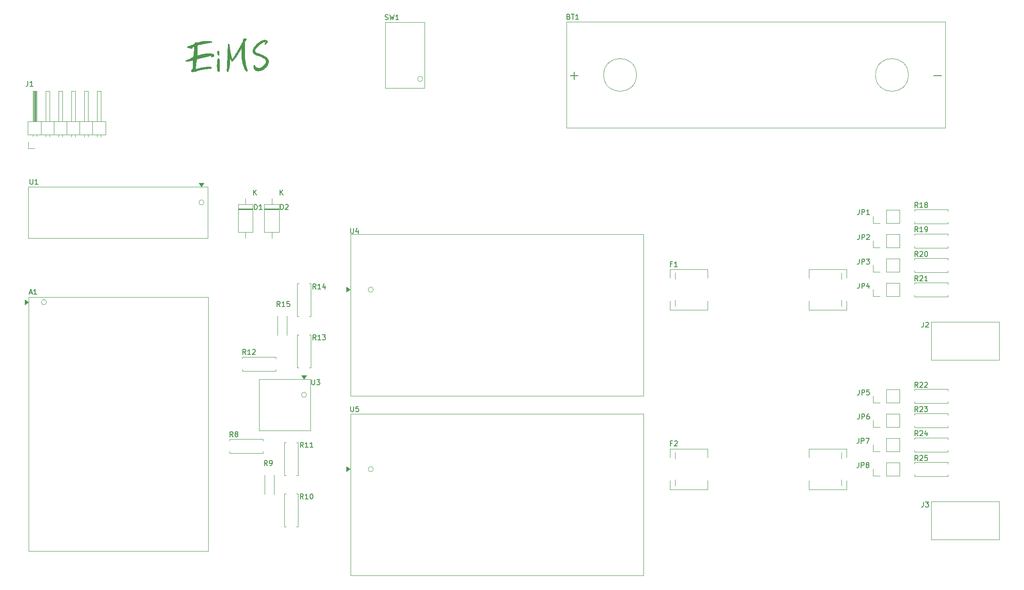
<source format=gto>
G04 #@! TF.GenerationSoftware,KiCad,Pcbnew,(5.1.7-0-10_14)*
G04 #@! TF.CreationDate,2021-07-16T13:45:34+09:00*
G04 #@! TF.ProjectId,EiMS,45694d53-2e6b-4696-9361-645f70636258,1.0*
G04 #@! TF.SameCoordinates,Original*
G04 #@! TF.FileFunction,Legend,Top*
G04 #@! TF.FilePolarity,Positive*
%FSLAX46Y46*%
G04 Gerber Fmt 4.6, Leading zero omitted, Abs format (unit mm)*
G04 Created by KiCad (PCBNEW (5.1.7-0-10_14)) date 2021-07-16 13:45:34*
%MOMM*%
%LPD*%
G01*
G04 APERTURE LIST*
%ADD10C,0.120000*%
%ADD11C,0.100000*%
%ADD12C,0.010000*%
%ADD13C,0.150000*%
G04 APERTURE END LIST*
D10*
X177738000Y-134822000D02*
X177738000Y-133058000D01*
X177738000Y-126722000D02*
X185179000Y-126722000D01*
X178738000Y-127470000D02*
X178738000Y-128702000D01*
X177738000Y-128486000D02*
X177738000Y-126722000D01*
X185179000Y-134822000D02*
X185179000Y-133058000D01*
X185179000Y-128486000D02*
X185179000Y-126722000D01*
X177738000Y-134822000D02*
X185179000Y-134822000D01*
X205245000Y-133058000D02*
X205245000Y-134822000D01*
X205245000Y-126722000D02*
X205245000Y-128486000D01*
X212738000Y-126722000D02*
X212738000Y-128486000D01*
X212738000Y-126722000D02*
X205245000Y-126722000D01*
X212738000Y-133058000D02*
X212738000Y-134822000D01*
X212738000Y-134822000D02*
X205245000Y-134822000D01*
X178738000Y-132842000D02*
X178738000Y-134074000D01*
X211738000Y-132842000D02*
X211738000Y-134074000D01*
X211738000Y-127470000D02*
X211738000Y-128702000D01*
X177738000Y-99262000D02*
X177738000Y-97498000D01*
X177738000Y-91162000D02*
X185179000Y-91162000D01*
X178738000Y-91910000D02*
X178738000Y-93142000D01*
X177738000Y-92926000D02*
X177738000Y-91162000D01*
X185179000Y-99262000D02*
X185179000Y-97498000D01*
X185179000Y-92926000D02*
X185179000Y-91162000D01*
X177738000Y-99262000D02*
X185179000Y-99262000D01*
X205245000Y-97498000D02*
X205245000Y-99262000D01*
X205245000Y-91162000D02*
X205245000Y-92926000D01*
X212738000Y-91162000D02*
X212738000Y-92926000D01*
X212738000Y-91162000D02*
X205245000Y-91162000D01*
X212738000Y-97498000D02*
X212738000Y-99262000D01*
X212738000Y-99262000D02*
X205245000Y-99262000D01*
X178738000Y-97282000D02*
X178738000Y-98514000D01*
X211738000Y-97282000D02*
X211738000Y-98514000D01*
X211738000Y-91910000D02*
X211738000Y-93142000D01*
D11*
G36*
X84986000Y-74892000D02*
G01*
X84478000Y-74130000D01*
X85494000Y-74130000D01*
X84986000Y-74892000D01*
G37*
X84986000Y-74892000D02*
X84478000Y-74130000D01*
X85494000Y-74130000D01*
X84986000Y-74892000D01*
D10*
X85494000Y-77940000D02*
G75*
G03*
X85494000Y-77940000I-508000J0D01*
G01*
X86256000Y-85052000D02*
X86256000Y-74892000D01*
X50696000Y-85052000D02*
X86256000Y-85052000D01*
X50696000Y-74892000D02*
X50696000Y-85052000D01*
X86256000Y-74892000D02*
X50696000Y-74892000D01*
X105801500Y-116042500D02*
G75*
G03*
X105801500Y-116042500I-508000J0D01*
G01*
D11*
G36*
X104785500Y-112232500D02*
G01*
X105801500Y-112232500D01*
X105293500Y-112994500D01*
X104785500Y-112232500D01*
G37*
X104785500Y-112232500D02*
X105801500Y-112232500D01*
X105293500Y-112994500D01*
X104785500Y-112232500D01*
D10*
X96403500Y-123154500D02*
X106563500Y-123154500D01*
X96403500Y-112994500D02*
X96403500Y-123154500D01*
X106563500Y-112994500D02*
X96403500Y-112994500D01*
X106563500Y-123154500D02*
X106563500Y-112994500D01*
X157300000Y-63200000D02*
X232300000Y-63200000D01*
X232300000Y-63200000D02*
X232300000Y-42200000D01*
X232300000Y-42200000D02*
X157300000Y-42200000D01*
X157300000Y-42200000D02*
X157300000Y-63200000D01*
X171129100Y-52700000D02*
G75*
G03*
X171129100Y-52700000I-3250000J0D01*
G01*
X224964400Y-52700000D02*
G75*
G03*
X224964400Y-52700000I-3250000J0D01*
G01*
X100370000Y-79140000D02*
X97430000Y-79140000D01*
X100370000Y-79380000D02*
X97430000Y-79380000D01*
X100370000Y-79260000D02*
X97430000Y-79260000D01*
X98900000Y-85020000D02*
X98900000Y-83800000D01*
X98900000Y-77140000D02*
X98900000Y-78360000D01*
X100370000Y-83800000D02*
X100370000Y-78360000D01*
X97430000Y-83800000D02*
X100370000Y-83800000D01*
X97430000Y-78360000D02*
X97430000Y-83800000D01*
X100370000Y-78360000D02*
X97430000Y-78360000D01*
X95170000Y-79140000D02*
X92230000Y-79140000D01*
X95170000Y-79380000D02*
X92230000Y-79380000D01*
X95170000Y-79260000D02*
X92230000Y-79260000D01*
X93700000Y-85020000D02*
X93700000Y-83800000D01*
X93700000Y-77140000D02*
X93700000Y-78360000D01*
X95170000Y-83800000D02*
X95170000Y-78360000D01*
X92230000Y-83800000D02*
X95170000Y-83800000D01*
X92230000Y-78360000D02*
X92230000Y-83800000D01*
X95170000Y-78360000D02*
X92230000Y-78360000D01*
D11*
G36*
X50730000Y-97700000D02*
G01*
X49968000Y-98208000D01*
X49968000Y-97192000D01*
X50730000Y-97700000D01*
G37*
X50730000Y-97700000D02*
X49968000Y-98208000D01*
X49968000Y-97192000D01*
X50730000Y-97700000D01*
D10*
X86290000Y-96684000D02*
X50730000Y-96684000D01*
X86290000Y-146976000D02*
X86290000Y-96684000D01*
X50730000Y-146976000D02*
X86290000Y-146976000D01*
X50730000Y-96684000D02*
X50730000Y-146976000D01*
X54286000Y-97700000D02*
G75*
G03*
X54286000Y-97700000I-508000J0D01*
G01*
X119012000Y-130772000D02*
G75*
G03*
X119012000Y-130772000I-508000J0D01*
G01*
D11*
G36*
X113678000Y-131280000D02*
G01*
X113678000Y-130264000D01*
X114440000Y-130772000D01*
X113678000Y-131280000D01*
G37*
X113678000Y-131280000D02*
X113678000Y-130264000D01*
X114440000Y-130772000D01*
X113678000Y-131280000D01*
D10*
X172476000Y-119852000D02*
X172476000Y-151852000D01*
X114476000Y-151852000D02*
X172476000Y-151852000D01*
X114476000Y-119852000D02*
X172476000Y-119852000D01*
X114476000Y-119852000D02*
X114476000Y-151852000D01*
X119012000Y-95212000D02*
G75*
G03*
X119012000Y-95212000I-508000J0D01*
G01*
D11*
G36*
X113678000Y-95720000D02*
G01*
X113678000Y-94704000D01*
X114440000Y-95212000D01*
X113678000Y-95720000D01*
G37*
X113678000Y-95720000D02*
X113678000Y-94704000D01*
X114440000Y-95212000D01*
X113678000Y-95720000D01*
D10*
X172476000Y-84292000D02*
X172476000Y-116292000D01*
X114476000Y-116292000D02*
X172476000Y-116292000D01*
X114476000Y-84292000D02*
X172476000Y-84292000D01*
X114476000Y-84292000D02*
X114476000Y-116292000D01*
D12*
G36*
X86347272Y-45987306D02*
G01*
X86650095Y-46018896D01*
X86847125Y-46050577D01*
X86959423Y-46088503D01*
X87008051Y-46138826D01*
X87015500Y-46182529D01*
X86979456Y-46238325D01*
X86857099Y-46266724D01*
X86668469Y-46273500D01*
X86483390Y-46287725D01*
X86203928Y-46326712D01*
X85859033Y-46384931D01*
X85477656Y-46456850D01*
X85088747Y-46536938D01*
X84721258Y-46619664D01*
X84404139Y-46699496D01*
X84328026Y-46720659D01*
X84085302Y-46790008D01*
X84122015Y-47182629D01*
X84133163Y-47423735D01*
X84132111Y-47738766D01*
X84119476Y-48075296D01*
X84109702Y-48226125D01*
X84092889Y-48495809D01*
X84086138Y-48710983D01*
X84089867Y-48845247D01*
X84099397Y-48877000D01*
X84175858Y-48857845D01*
X84334115Y-48808232D01*
X84491876Y-48755289D01*
X84989386Y-48609883D01*
X85508153Y-48503907D01*
X86019683Y-48439983D01*
X86495483Y-48420738D01*
X86907061Y-48448797D01*
X87174250Y-48508152D01*
X87338153Y-48574693D01*
X87411466Y-48653290D01*
X87428250Y-48779387D01*
X87408585Y-48911044D01*
X87326812Y-48995670D01*
X87188700Y-49058144D01*
X86996381Y-49111611D01*
X86901024Y-49090799D01*
X86906345Y-48997419D01*
X86936353Y-48941957D01*
X86973811Y-48865773D01*
X86938152Y-48839945D01*
X86805275Y-48851588D01*
X86775199Y-48855809D01*
X86614952Y-48884888D01*
X86368565Y-48937158D01*
X86059446Y-49006919D01*
X85711001Y-49088471D01*
X85346639Y-49176115D01*
X84989767Y-49264151D01*
X84663792Y-49346879D01*
X84392121Y-49418599D01*
X84198163Y-49473613D01*
X84106316Y-49505676D01*
X84058920Y-49552904D01*
X84017465Y-49651173D01*
X83977920Y-49818381D01*
X83936254Y-50072428D01*
X83888437Y-50431212D01*
X83876862Y-50524593D01*
X83838184Y-50859388D01*
X83809463Y-51147929D01*
X83792590Y-51367565D01*
X83789457Y-51495649D01*
X83793846Y-51518513D01*
X83866015Y-51516438D01*
X84028549Y-51480922D01*
X84251423Y-51418960D01*
X84345416Y-51390022D01*
X84970191Y-51223700D01*
X85600107Y-51123746D01*
X86276816Y-51081457D01*
X86553932Y-51078197D01*
X86731590Y-51087669D01*
X86837053Y-51114215D01*
X86897584Y-51162177D01*
X86911816Y-51182594D01*
X86935828Y-51304632D01*
X86855403Y-51395384D01*
X86691899Y-51441013D01*
X86520102Y-51436337D01*
X86338206Y-51435214D01*
X86058618Y-51462040D01*
X85706456Y-51512419D01*
X85306840Y-51581953D01*
X84884890Y-51666244D01*
X84465724Y-51760897D01*
X84074461Y-51861514D01*
X84046206Y-51869384D01*
X83657797Y-51971552D01*
X83370923Y-52029639D01*
X83168552Y-52045072D01*
X83033653Y-52019276D01*
X82954868Y-51960809D01*
X82920054Y-51831872D01*
X82980413Y-51684206D01*
X83118308Y-51557415D01*
X83140024Y-51545057D01*
X83189853Y-51506988D01*
X83225044Y-51440916D01*
X83248863Y-51325538D01*
X83264576Y-51139554D01*
X83275449Y-50861662D01*
X83281443Y-50622745D01*
X83285989Y-50309527D01*
X83285005Y-50047653D01*
X83278944Y-49860242D01*
X83268261Y-49770416D01*
X83264650Y-49765893D01*
X83187985Y-49782625D01*
X83031255Y-49825324D01*
X82914096Y-49859382D01*
X82662809Y-49916500D01*
X82370755Y-49958581D01*
X82219946Y-49970507D01*
X82008368Y-49976253D01*
X81894085Y-49962651D01*
X81847866Y-49921291D01*
X81840250Y-49861250D01*
X81888240Y-49751762D01*
X81999000Y-49713344D01*
X82124065Y-49679534D01*
X82330918Y-49605667D01*
X82585750Y-49504286D01*
X82745715Y-49436297D01*
X83040475Y-49300494D01*
X83230922Y-49193146D01*
X83333617Y-49103731D01*
X83362538Y-49044452D01*
X83378126Y-48939535D01*
X83401484Y-48744016D01*
X83430048Y-48483708D01*
X83461254Y-48184425D01*
X83492538Y-47871979D01*
X83521335Y-47572186D01*
X83545082Y-47310858D01*
X83561213Y-47113808D01*
X83567165Y-47006851D01*
X83566117Y-46995073D01*
X83506342Y-47009705D01*
X83371476Y-47058761D01*
X83323616Y-47077667D01*
X83172464Y-47153547D01*
X83119910Y-47232916D01*
X83127094Y-47302859D01*
X83137983Y-47391384D01*
X83082677Y-47408258D01*
X82977227Y-47382926D01*
X82790194Y-47347114D01*
X82565690Y-47325883D01*
X82524518Y-47324412D01*
X82304824Y-47291216D01*
X82174478Y-47218824D01*
X82139200Y-47129753D01*
X82204709Y-47046519D01*
X82376727Y-46991641D01*
X82438267Y-46984897D01*
X82586864Y-46951753D01*
X82807055Y-46877156D01*
X83056515Y-46775794D01*
X83111113Y-46751366D01*
X83364148Y-46628402D01*
X83523627Y-46527568D01*
X83615871Y-46429064D01*
X83658641Y-46339505D01*
X83749349Y-46196225D01*
X83868548Y-46144885D01*
X83981344Y-46195311D01*
X84013300Y-46239617D01*
X84057547Y-46285952D01*
X84138024Y-46294102D01*
X84285108Y-46262156D01*
X84453689Y-46211890D01*
X84915639Y-46096071D01*
X85420900Y-46015902D01*
X85916653Y-45977646D01*
X86347272Y-45987306D01*
G37*
X86347272Y-45987306D02*
X86650095Y-46018896D01*
X86847125Y-46050577D01*
X86959423Y-46088503D01*
X87008051Y-46138826D01*
X87015500Y-46182529D01*
X86979456Y-46238325D01*
X86857099Y-46266724D01*
X86668469Y-46273500D01*
X86483390Y-46287725D01*
X86203928Y-46326712D01*
X85859033Y-46384931D01*
X85477656Y-46456850D01*
X85088747Y-46536938D01*
X84721258Y-46619664D01*
X84404139Y-46699496D01*
X84328026Y-46720659D01*
X84085302Y-46790008D01*
X84122015Y-47182629D01*
X84133163Y-47423735D01*
X84132111Y-47738766D01*
X84119476Y-48075296D01*
X84109702Y-48226125D01*
X84092889Y-48495809D01*
X84086138Y-48710983D01*
X84089867Y-48845247D01*
X84099397Y-48877000D01*
X84175858Y-48857845D01*
X84334115Y-48808232D01*
X84491876Y-48755289D01*
X84989386Y-48609883D01*
X85508153Y-48503907D01*
X86019683Y-48439983D01*
X86495483Y-48420738D01*
X86907061Y-48448797D01*
X87174250Y-48508152D01*
X87338153Y-48574693D01*
X87411466Y-48653290D01*
X87428250Y-48779387D01*
X87408585Y-48911044D01*
X87326812Y-48995670D01*
X87188700Y-49058144D01*
X86996381Y-49111611D01*
X86901024Y-49090799D01*
X86906345Y-48997419D01*
X86936353Y-48941957D01*
X86973811Y-48865773D01*
X86938152Y-48839945D01*
X86805275Y-48851588D01*
X86775199Y-48855809D01*
X86614952Y-48884888D01*
X86368565Y-48937158D01*
X86059446Y-49006919D01*
X85711001Y-49088471D01*
X85346639Y-49176115D01*
X84989767Y-49264151D01*
X84663792Y-49346879D01*
X84392121Y-49418599D01*
X84198163Y-49473613D01*
X84106316Y-49505676D01*
X84058920Y-49552904D01*
X84017465Y-49651173D01*
X83977920Y-49818381D01*
X83936254Y-50072428D01*
X83888437Y-50431212D01*
X83876862Y-50524593D01*
X83838184Y-50859388D01*
X83809463Y-51147929D01*
X83792590Y-51367565D01*
X83789457Y-51495649D01*
X83793846Y-51518513D01*
X83866015Y-51516438D01*
X84028549Y-51480922D01*
X84251423Y-51418960D01*
X84345416Y-51390022D01*
X84970191Y-51223700D01*
X85600107Y-51123746D01*
X86276816Y-51081457D01*
X86553932Y-51078197D01*
X86731590Y-51087669D01*
X86837053Y-51114215D01*
X86897584Y-51162177D01*
X86911816Y-51182594D01*
X86935828Y-51304632D01*
X86855403Y-51395384D01*
X86691899Y-51441013D01*
X86520102Y-51436337D01*
X86338206Y-51435214D01*
X86058618Y-51462040D01*
X85706456Y-51512419D01*
X85306840Y-51581953D01*
X84884890Y-51666244D01*
X84465724Y-51760897D01*
X84074461Y-51861514D01*
X84046206Y-51869384D01*
X83657797Y-51971552D01*
X83370923Y-52029639D01*
X83168552Y-52045072D01*
X83033653Y-52019276D01*
X82954868Y-51960809D01*
X82920054Y-51831872D01*
X82980413Y-51684206D01*
X83118308Y-51557415D01*
X83140024Y-51545057D01*
X83189853Y-51506988D01*
X83225044Y-51440916D01*
X83248863Y-51325538D01*
X83264576Y-51139554D01*
X83275449Y-50861662D01*
X83281443Y-50622745D01*
X83285989Y-50309527D01*
X83285005Y-50047653D01*
X83278944Y-49860242D01*
X83268261Y-49770416D01*
X83264650Y-49765893D01*
X83187985Y-49782625D01*
X83031255Y-49825324D01*
X82914096Y-49859382D01*
X82662809Y-49916500D01*
X82370755Y-49958581D01*
X82219946Y-49970507D01*
X82008368Y-49976253D01*
X81894085Y-49962651D01*
X81847866Y-49921291D01*
X81840250Y-49861250D01*
X81888240Y-49751762D01*
X81999000Y-49713344D01*
X82124065Y-49679534D01*
X82330918Y-49605667D01*
X82585750Y-49504286D01*
X82745715Y-49436297D01*
X83040475Y-49300494D01*
X83230922Y-49193146D01*
X83333617Y-49103731D01*
X83362538Y-49044452D01*
X83378126Y-48939535D01*
X83401484Y-48744016D01*
X83430048Y-48483708D01*
X83461254Y-48184425D01*
X83492538Y-47871979D01*
X83521335Y-47572186D01*
X83545082Y-47310858D01*
X83561213Y-47113808D01*
X83567165Y-47006851D01*
X83566117Y-46995073D01*
X83506342Y-47009705D01*
X83371476Y-47058761D01*
X83323616Y-47077667D01*
X83172464Y-47153547D01*
X83119910Y-47232916D01*
X83127094Y-47302859D01*
X83137983Y-47391384D01*
X83082677Y-47408258D01*
X82977227Y-47382926D01*
X82790194Y-47347114D01*
X82565690Y-47325883D01*
X82524518Y-47324412D01*
X82304824Y-47291216D01*
X82174478Y-47218824D01*
X82139200Y-47129753D01*
X82204709Y-47046519D01*
X82376727Y-46991641D01*
X82438267Y-46984897D01*
X82586864Y-46951753D01*
X82807055Y-46877156D01*
X83056515Y-46775794D01*
X83111113Y-46751366D01*
X83364148Y-46628402D01*
X83523627Y-46527568D01*
X83615871Y-46429064D01*
X83658641Y-46339505D01*
X83749349Y-46196225D01*
X83868548Y-46144885D01*
X83981344Y-46195311D01*
X84013300Y-46239617D01*
X84057547Y-46285952D01*
X84138024Y-46294102D01*
X84285108Y-46262156D01*
X84453689Y-46211890D01*
X84915639Y-46096071D01*
X85420900Y-46015902D01*
X85916653Y-45977646D01*
X86347272Y-45987306D01*
G36*
X88378087Y-49414918D02*
G01*
X88392905Y-49423472D01*
X88434299Y-49460970D01*
X88465983Y-49527861D01*
X88490184Y-49641943D01*
X88509127Y-49821011D01*
X88525040Y-50082863D01*
X88540149Y-50445295D01*
X88547821Y-50661722D01*
X88561166Y-51106277D01*
X88564960Y-51439706D01*
X88556856Y-51677679D01*
X88534506Y-51835867D01*
X88495561Y-51929938D01*
X88437674Y-51975564D01*
X88358495Y-51988414D01*
X88349000Y-51988500D01*
X88217900Y-51946719D01*
X88174800Y-51909125D01*
X88124257Y-51778442D01*
X88086293Y-51544330D01*
X88062368Y-51229873D01*
X88053944Y-50858153D01*
X88062483Y-50452255D01*
X88071491Y-50276927D01*
X88102947Y-49891392D01*
X88145527Y-49622536D01*
X88203038Y-49460245D01*
X88279289Y-49394410D01*
X88378087Y-49414918D01*
G37*
X88378087Y-49414918D02*
X88392905Y-49423472D01*
X88434299Y-49460970D01*
X88465983Y-49527861D01*
X88490184Y-49641943D01*
X88509127Y-49821011D01*
X88525040Y-50082863D01*
X88540149Y-50445295D01*
X88547821Y-50661722D01*
X88561166Y-51106277D01*
X88564960Y-51439706D01*
X88556856Y-51677679D01*
X88534506Y-51835867D01*
X88495561Y-51929938D01*
X88437674Y-51975564D01*
X88358495Y-51988414D01*
X88349000Y-51988500D01*
X88217900Y-51946719D01*
X88174800Y-51909125D01*
X88124257Y-51778442D01*
X88086293Y-51544330D01*
X88062368Y-51229873D01*
X88053944Y-50858153D01*
X88062483Y-50452255D01*
X88071491Y-50276927D01*
X88102947Y-49891392D01*
X88145527Y-49622536D01*
X88203038Y-49460245D01*
X88279289Y-49394410D01*
X88378087Y-49414918D01*
G36*
X93776350Y-45476464D02*
G01*
X93850078Y-45563313D01*
X93813631Y-45710731D01*
X93688452Y-45895216D01*
X93487338Y-46145475D01*
X93485295Y-47685862D01*
X93485898Y-48195658D01*
X93490379Y-48605045D01*
X93500480Y-48940596D01*
X93517943Y-49228886D01*
X93544511Y-49496487D01*
X93581926Y-49769973D01*
X93631931Y-50075917D01*
X93648135Y-50169358D01*
X93716723Y-50537659D01*
X93790827Y-50895636D01*
X93862731Y-51208416D01*
X93924726Y-51441127D01*
X93940268Y-51490201D01*
X94001273Y-51696687D01*
X94032913Y-51856727D01*
X94030261Y-51928217D01*
X93940316Y-51986788D01*
X93816428Y-51924821D01*
X93657533Y-51741740D01*
X93641000Y-51718625D01*
X93514896Y-51524579D01*
X93410020Y-51321437D01*
X93316848Y-51083233D01*
X93225855Y-50784007D01*
X93127518Y-50397795D01*
X93075876Y-50178070D01*
X92937922Y-49347923D01*
X92891172Y-48468777D01*
X92937736Y-47582135D01*
X92941972Y-47543500D01*
X92988263Y-47130750D01*
X92663530Y-47728923D01*
X92487316Y-48041764D01*
X92290502Y-48372864D01*
X92105223Y-48668751D01*
X92033830Y-48776673D01*
X91870879Y-49005364D01*
X91681218Y-49253819D01*
X91483671Y-49499457D01*
X91297059Y-49719700D01*
X91140204Y-49891968D01*
X91031929Y-49993681D01*
X91005935Y-50009751D01*
X90953518Y-49968127D01*
X90872571Y-49838262D01*
X90793544Y-49676376D01*
X90708792Y-49490448D01*
X90645487Y-49362170D01*
X90619925Y-49322033D01*
X90610812Y-49381098D01*
X90600170Y-49539136D01*
X90589677Y-49768162D01*
X90584728Y-49909408D01*
X90566566Y-50245881D01*
X90534388Y-50611023D01*
X90492034Y-50976838D01*
X90443343Y-51315334D01*
X90392158Y-51598518D01*
X90342317Y-51798396D01*
X90316720Y-51862956D01*
X90207848Y-51964100D01*
X90115815Y-51988500D01*
X90052296Y-51981848D01*
X90015402Y-51945487D01*
X90000935Y-51854805D01*
X90004696Y-51685188D01*
X90021022Y-51432875D01*
X90032638Y-51232347D01*
X90047267Y-50925127D01*
X90064093Y-50531464D01*
X90082303Y-50071605D01*
X90101080Y-49565802D01*
X90119609Y-49034302D01*
X90129022Y-48750000D01*
X90147203Y-48241431D01*
X90167150Y-47772872D01*
X90187967Y-47359563D01*
X90208756Y-47016744D01*
X90228620Y-46759656D01*
X90246662Y-46603540D01*
X90257799Y-46562424D01*
X90321482Y-46529857D01*
X90377537Y-46578943D01*
X90430182Y-46720988D01*
X90483637Y-46967301D01*
X90540948Y-47321250D01*
X90668853Y-48105240D01*
X90802958Y-48767186D01*
X90925980Y-49249510D01*
X91023841Y-49590270D01*
X91175128Y-49448144D01*
X91268769Y-49334476D01*
X91409292Y-49131797D01*
X91582930Y-48862682D01*
X91775915Y-48549702D01*
X91974481Y-48215430D01*
X92164861Y-47882439D01*
X92333289Y-47573302D01*
X92413893Y-47417017D01*
X92554232Y-47150289D01*
X92726160Y-46841511D01*
X92893316Y-46555927D01*
X92898958Y-46546618D01*
X93034710Y-46305919D01*
X93145013Y-46078951D01*
X93210139Y-45907141D01*
X93216736Y-45879350D01*
X93275973Y-45645013D01*
X93357047Y-45512302D01*
X93482032Y-45455841D01*
X93591977Y-45447999D01*
X93776350Y-45476464D01*
G37*
X93776350Y-45476464D02*
X93850078Y-45563313D01*
X93813631Y-45710731D01*
X93688452Y-45895216D01*
X93487338Y-46145475D01*
X93485295Y-47685862D01*
X93485898Y-48195658D01*
X93490379Y-48605045D01*
X93500480Y-48940596D01*
X93517943Y-49228886D01*
X93544511Y-49496487D01*
X93581926Y-49769973D01*
X93631931Y-50075917D01*
X93648135Y-50169358D01*
X93716723Y-50537659D01*
X93790827Y-50895636D01*
X93862731Y-51208416D01*
X93924726Y-51441127D01*
X93940268Y-51490201D01*
X94001273Y-51696687D01*
X94032913Y-51856727D01*
X94030261Y-51928217D01*
X93940316Y-51986788D01*
X93816428Y-51924821D01*
X93657533Y-51741740D01*
X93641000Y-51718625D01*
X93514896Y-51524579D01*
X93410020Y-51321437D01*
X93316848Y-51083233D01*
X93225855Y-50784007D01*
X93127518Y-50397795D01*
X93075876Y-50178070D01*
X92937922Y-49347923D01*
X92891172Y-48468777D01*
X92937736Y-47582135D01*
X92941972Y-47543500D01*
X92988263Y-47130750D01*
X92663530Y-47728923D01*
X92487316Y-48041764D01*
X92290502Y-48372864D01*
X92105223Y-48668751D01*
X92033830Y-48776673D01*
X91870879Y-49005364D01*
X91681218Y-49253819D01*
X91483671Y-49499457D01*
X91297059Y-49719700D01*
X91140204Y-49891968D01*
X91031929Y-49993681D01*
X91005935Y-50009751D01*
X90953518Y-49968127D01*
X90872571Y-49838262D01*
X90793544Y-49676376D01*
X90708792Y-49490448D01*
X90645487Y-49362170D01*
X90619925Y-49322033D01*
X90610812Y-49381098D01*
X90600170Y-49539136D01*
X90589677Y-49768162D01*
X90584728Y-49909408D01*
X90566566Y-50245881D01*
X90534388Y-50611023D01*
X90492034Y-50976838D01*
X90443343Y-51315334D01*
X90392158Y-51598518D01*
X90342317Y-51798396D01*
X90316720Y-51862956D01*
X90207848Y-51964100D01*
X90115815Y-51988500D01*
X90052296Y-51981848D01*
X90015402Y-51945487D01*
X90000935Y-51854805D01*
X90004696Y-51685188D01*
X90021022Y-51432875D01*
X90032638Y-51232347D01*
X90047267Y-50925127D01*
X90064093Y-50531464D01*
X90082303Y-50071605D01*
X90101080Y-49565802D01*
X90119609Y-49034302D01*
X90129022Y-48750000D01*
X90147203Y-48241431D01*
X90167150Y-47772872D01*
X90187967Y-47359563D01*
X90208756Y-47016744D01*
X90228620Y-46759656D01*
X90246662Y-46603540D01*
X90257799Y-46562424D01*
X90321482Y-46529857D01*
X90377537Y-46578943D01*
X90430182Y-46720988D01*
X90483637Y-46967301D01*
X90540948Y-47321250D01*
X90668853Y-48105240D01*
X90802958Y-48767186D01*
X90925980Y-49249510D01*
X91023841Y-49590270D01*
X91175128Y-49448144D01*
X91268769Y-49334476D01*
X91409292Y-49131797D01*
X91582930Y-48862682D01*
X91775915Y-48549702D01*
X91974481Y-48215430D01*
X92164861Y-47882439D01*
X92333289Y-47573302D01*
X92413893Y-47417017D01*
X92554232Y-47150289D01*
X92726160Y-46841511D01*
X92893316Y-46555927D01*
X92898958Y-46546618D01*
X93034710Y-46305919D01*
X93145013Y-46078951D01*
X93210139Y-45907141D01*
X93216736Y-45879350D01*
X93275973Y-45645013D01*
X93357047Y-45512302D01*
X93482032Y-45455841D01*
X93591977Y-45447999D01*
X93776350Y-45476464D01*
G36*
X97792752Y-45784614D02*
G01*
X97966177Y-45879755D01*
X98028004Y-46027028D01*
X97975214Y-46217188D01*
X97804787Y-46440992D01*
X97752972Y-46492156D01*
X97608271Y-46608552D01*
X97514972Y-46628271D01*
X97486090Y-46609490D01*
X97461999Y-46525632D01*
X97527628Y-46391568D01*
X97561373Y-46343989D01*
X97643756Y-46208566D01*
X97668046Y-46116116D01*
X97662343Y-46104177D01*
X97582430Y-46097647D01*
X97423108Y-46127294D01*
X97285854Y-46166036D01*
X96999537Y-46295588D01*
X96687384Y-46500253D01*
X96372739Y-46757382D01*
X96078948Y-47044327D01*
X95829355Y-47338440D01*
X95647305Y-47617071D01*
X95559389Y-47840988D01*
X95551721Y-47999751D01*
X95613592Y-48130822D01*
X95759320Y-48245810D01*
X96003225Y-48356323D01*
X96328595Y-48464617D01*
X96944103Y-48685485D01*
X97442444Y-48938428D01*
X97822339Y-49221841D01*
X98082507Y-49534120D01*
X98221669Y-49873660D01*
X98238544Y-50238857D01*
X98131853Y-50628106D01*
X98104256Y-50690310D01*
X97901689Y-51012111D01*
X97621328Y-51300454D01*
X97286269Y-51544617D01*
X96919602Y-51733878D01*
X96544422Y-51857513D01*
X96183821Y-51904800D01*
X95860892Y-51865018D01*
X95708628Y-51802643D01*
X95446399Y-51599771D01*
X95296041Y-51341719D01*
X95259153Y-51090884D01*
X95285119Y-50866416D01*
X95346219Y-50737241D01*
X95428400Y-50711997D01*
X95517608Y-50799323D01*
X95566015Y-50902253D01*
X95707314Y-51110792D01*
X95929623Y-51247776D01*
X96204574Y-51306187D01*
X96503796Y-51279005D01*
X96738693Y-51192394D01*
X97146506Y-50946141D01*
X97453592Y-50678867D01*
X97655324Y-50399771D01*
X97747076Y-50118048D01*
X97724221Y-49842894D01*
X97582131Y-49583506D01*
X97560830Y-49558383D01*
X97325336Y-49356684D01*
X96988024Y-49161542D01*
X96573921Y-48985709D01*
X96205452Y-48867869D01*
X95863296Y-48763829D01*
X95615566Y-48663070D01*
X95431053Y-48550287D01*
X95283860Y-48415889D01*
X95128371Y-48166381D01*
X95094726Y-47881285D01*
X95182933Y-47560578D01*
X95393001Y-47204236D01*
X95724938Y-46812236D01*
X95927439Y-46611515D01*
X96370709Y-46229962D01*
X96775759Y-45962268D01*
X97150679Y-45804036D01*
X97503557Y-45750868D01*
X97510750Y-45750846D01*
X97792752Y-45784614D01*
G37*
X97792752Y-45784614D02*
X97966177Y-45879755D01*
X98028004Y-46027028D01*
X97975214Y-46217188D01*
X97804787Y-46440992D01*
X97752972Y-46492156D01*
X97608271Y-46608552D01*
X97514972Y-46628271D01*
X97486090Y-46609490D01*
X97461999Y-46525632D01*
X97527628Y-46391568D01*
X97561373Y-46343989D01*
X97643756Y-46208566D01*
X97668046Y-46116116D01*
X97662343Y-46104177D01*
X97582430Y-46097647D01*
X97423108Y-46127294D01*
X97285854Y-46166036D01*
X96999537Y-46295588D01*
X96687384Y-46500253D01*
X96372739Y-46757382D01*
X96078948Y-47044327D01*
X95829355Y-47338440D01*
X95647305Y-47617071D01*
X95559389Y-47840988D01*
X95551721Y-47999751D01*
X95613592Y-48130822D01*
X95759320Y-48245810D01*
X96003225Y-48356323D01*
X96328595Y-48464617D01*
X96944103Y-48685485D01*
X97442444Y-48938428D01*
X97822339Y-49221841D01*
X98082507Y-49534120D01*
X98221669Y-49873660D01*
X98238544Y-50238857D01*
X98131853Y-50628106D01*
X98104256Y-50690310D01*
X97901689Y-51012111D01*
X97621328Y-51300454D01*
X97286269Y-51544617D01*
X96919602Y-51733878D01*
X96544422Y-51857513D01*
X96183821Y-51904800D01*
X95860892Y-51865018D01*
X95708628Y-51802643D01*
X95446399Y-51599771D01*
X95296041Y-51341719D01*
X95259153Y-51090884D01*
X95285119Y-50866416D01*
X95346219Y-50737241D01*
X95428400Y-50711997D01*
X95517608Y-50799323D01*
X95566015Y-50902253D01*
X95707314Y-51110792D01*
X95929623Y-51247776D01*
X96204574Y-51306187D01*
X96503796Y-51279005D01*
X96738693Y-51192394D01*
X97146506Y-50946141D01*
X97453592Y-50678867D01*
X97655324Y-50399771D01*
X97747076Y-50118048D01*
X97724221Y-49842894D01*
X97582131Y-49583506D01*
X97560830Y-49558383D01*
X97325336Y-49356684D01*
X96988024Y-49161542D01*
X96573921Y-48985709D01*
X96205452Y-48867869D01*
X95863296Y-48763829D01*
X95615566Y-48663070D01*
X95431053Y-48550287D01*
X95283860Y-48415889D01*
X95128371Y-48166381D01*
X95094726Y-47881285D01*
X95182933Y-47560578D01*
X95393001Y-47204236D01*
X95724938Y-46812236D01*
X95927439Y-46611515D01*
X96370709Y-46229962D01*
X96775759Y-45962268D01*
X97150679Y-45804036D01*
X97503557Y-45750868D01*
X97510750Y-45750846D01*
X97792752Y-45784614D01*
G36*
X88303619Y-47936252D02*
G01*
X88379286Y-47959207D01*
X88424093Y-48020643D01*
X88448414Y-48149756D01*
X88462623Y-48375741D01*
X88463026Y-48384875D01*
X88467632Y-48621476D01*
X88452960Y-48755161D01*
X88415144Y-48809076D01*
X88391426Y-48813500D01*
X88274757Y-48768658D01*
X88230152Y-48728072D01*
X88149848Y-48561529D01*
X88107599Y-48335730D01*
X88114291Y-48115478D01*
X88121524Y-48081463D01*
X88181505Y-47958647D01*
X88292804Y-47934865D01*
X88303619Y-47936252D01*
G37*
X88303619Y-47936252D02*
X88379286Y-47959207D01*
X88424093Y-48020643D01*
X88448414Y-48149756D01*
X88462623Y-48375741D01*
X88463026Y-48384875D01*
X88467632Y-48621476D01*
X88452960Y-48755161D01*
X88415144Y-48809076D01*
X88391426Y-48813500D01*
X88274757Y-48768658D01*
X88230152Y-48728072D01*
X88149848Y-48561529D01*
X88107599Y-48335730D01*
X88114291Y-48115478D01*
X88121524Y-48081463D01*
X88181505Y-47958647D01*
X88292804Y-47934865D01*
X88303619Y-47936252D01*
D10*
X242964000Y-144682000D02*
X242964000Y-137182000D01*
X242964000Y-137182000D02*
X229464000Y-137182000D01*
X229464000Y-137182000D02*
X229464000Y-144682000D01*
X229464000Y-144682000D02*
X242964000Y-144682000D01*
X50626000Y-64562000D02*
X65986000Y-64562000D01*
X65986000Y-64562000D02*
X65986000Y-61902000D01*
X65986000Y-61902000D02*
X50626000Y-61902000D01*
X50626000Y-61902000D02*
X50626000Y-64562000D01*
X51576000Y-61902000D02*
X51576000Y-55902000D01*
X51576000Y-55902000D02*
X52336000Y-55902000D01*
X52336000Y-55902000D02*
X52336000Y-61902000D01*
X51636000Y-61902000D02*
X51636000Y-55902000D01*
X51756000Y-61902000D02*
X51756000Y-55902000D01*
X51876000Y-61902000D02*
X51876000Y-55902000D01*
X51996000Y-61902000D02*
X51996000Y-55902000D01*
X52116000Y-61902000D02*
X52116000Y-55902000D01*
X52236000Y-61902000D02*
X52236000Y-55902000D01*
X51576000Y-64892000D02*
X51576000Y-64562000D01*
X52336000Y-64892000D02*
X52336000Y-64562000D01*
X53226000Y-64562000D02*
X53226000Y-61902000D01*
X54116000Y-61902000D02*
X54116000Y-55902000D01*
X54116000Y-55902000D02*
X54876000Y-55902000D01*
X54876000Y-55902000D02*
X54876000Y-61902000D01*
X54116000Y-64959071D02*
X54116000Y-64562000D01*
X54876000Y-64959071D02*
X54876000Y-64562000D01*
X55766000Y-64562000D02*
X55766000Y-61902000D01*
X56656000Y-61902000D02*
X56656000Y-55902000D01*
X56656000Y-55902000D02*
X57416000Y-55902000D01*
X57416000Y-55902000D02*
X57416000Y-61902000D01*
X56656000Y-64959071D02*
X56656000Y-64562000D01*
X57416000Y-64959071D02*
X57416000Y-64562000D01*
X58306000Y-64562000D02*
X58306000Y-61902000D01*
X59196000Y-61902000D02*
X59196000Y-55902000D01*
X59196000Y-55902000D02*
X59956000Y-55902000D01*
X59956000Y-55902000D02*
X59956000Y-61902000D01*
X59196000Y-64959071D02*
X59196000Y-64562000D01*
X59956000Y-64959071D02*
X59956000Y-64562000D01*
X60846000Y-64562000D02*
X60846000Y-61902000D01*
X61736000Y-61902000D02*
X61736000Y-55902000D01*
X61736000Y-55902000D02*
X62496000Y-55902000D01*
X62496000Y-55902000D02*
X62496000Y-61902000D01*
X61736000Y-64959071D02*
X61736000Y-64562000D01*
X62496000Y-64959071D02*
X62496000Y-64562000D01*
X63386000Y-64562000D02*
X63386000Y-61902000D01*
X64276000Y-61902000D02*
X64276000Y-55902000D01*
X64276000Y-55902000D02*
X65036000Y-55902000D01*
X65036000Y-55902000D02*
X65036000Y-61902000D01*
X64276000Y-64959071D02*
X64276000Y-64562000D01*
X65036000Y-64959071D02*
X65036000Y-64562000D01*
X51956000Y-67272000D02*
X50686000Y-67272000D01*
X50686000Y-67272000D02*
X50686000Y-66002000D01*
X229464000Y-109122000D02*
X242964000Y-109122000D01*
X229464000Y-101622000D02*
X229464000Y-109122000D01*
X242964000Y-101622000D02*
X229464000Y-101622000D01*
X242964000Y-109122000D02*
X242964000Y-101622000D01*
X223212000Y-82064000D02*
X223212000Y-79404000D01*
X220612000Y-82064000D02*
X223212000Y-82064000D01*
X220612000Y-79404000D02*
X223212000Y-79404000D01*
X220612000Y-82064000D02*
X220612000Y-79404000D01*
X219342000Y-82064000D02*
X218012000Y-82064000D01*
X218012000Y-82064000D02*
X218012000Y-80734000D01*
X223212000Y-86890000D02*
X223212000Y-84230000D01*
X220612000Y-86890000D02*
X223212000Y-86890000D01*
X220612000Y-84230000D02*
X223212000Y-84230000D01*
X220612000Y-86890000D02*
X220612000Y-84230000D01*
X219342000Y-86890000D02*
X218012000Y-86890000D01*
X218012000Y-86890000D02*
X218012000Y-85560000D01*
X218012000Y-91716000D02*
X218012000Y-90386000D01*
X219342000Y-91716000D02*
X218012000Y-91716000D01*
X220612000Y-91716000D02*
X220612000Y-89056000D01*
X220612000Y-89056000D02*
X223212000Y-89056000D01*
X220612000Y-91716000D02*
X223212000Y-91716000D01*
X223212000Y-91716000D02*
X223212000Y-89056000D01*
X223212000Y-96542000D02*
X223212000Y-93882000D01*
X220612000Y-96542000D02*
X223212000Y-96542000D01*
X220612000Y-93882000D02*
X223212000Y-93882000D01*
X220612000Y-96542000D02*
X220612000Y-93882000D01*
X219342000Y-96542000D02*
X218012000Y-96542000D01*
X218012000Y-96542000D02*
X218012000Y-95212000D01*
X218012000Y-117624000D02*
X218012000Y-116294000D01*
X219342000Y-117624000D02*
X218012000Y-117624000D01*
X220612000Y-117624000D02*
X220612000Y-114964000D01*
X220612000Y-114964000D02*
X223212000Y-114964000D01*
X220612000Y-117624000D02*
X223212000Y-117624000D01*
X223212000Y-117624000D02*
X223212000Y-114964000D01*
X218012000Y-122450000D02*
X218012000Y-121120000D01*
X219342000Y-122450000D02*
X218012000Y-122450000D01*
X220612000Y-122450000D02*
X220612000Y-119790000D01*
X220612000Y-119790000D02*
X223212000Y-119790000D01*
X220612000Y-122450000D02*
X223212000Y-122450000D01*
X223212000Y-122450000D02*
X223212000Y-119790000D01*
X218012000Y-127276000D02*
X218012000Y-125946000D01*
X219342000Y-127276000D02*
X218012000Y-127276000D01*
X220612000Y-127276000D02*
X220612000Y-124616000D01*
X220612000Y-124616000D02*
X223212000Y-124616000D01*
X220612000Y-127276000D02*
X223212000Y-127276000D01*
X223212000Y-127276000D02*
X223212000Y-124616000D01*
X223212000Y-132102000D02*
X223212000Y-129442000D01*
X220612000Y-132102000D02*
X223212000Y-132102000D01*
X220612000Y-129442000D02*
X223212000Y-129442000D01*
X220612000Y-132102000D02*
X220612000Y-129442000D01*
X219342000Y-132102000D02*
X218012000Y-132102000D01*
X218012000Y-132102000D02*
X218012000Y-130772000D01*
X97136000Y-127240000D02*
X97136000Y-127570000D01*
X97136000Y-127570000D02*
X90596000Y-127570000D01*
X90596000Y-127570000D02*
X90596000Y-127240000D01*
X97136000Y-125160000D02*
X97136000Y-124830000D01*
X97136000Y-124830000D02*
X90596000Y-124830000D01*
X90596000Y-124830000D02*
X90596000Y-125160000D01*
X99358000Y-135740000D02*
X99358000Y-131900000D01*
X97518000Y-135740000D02*
X97518000Y-131900000D01*
X101716000Y-142170000D02*
X101386000Y-142170000D01*
X101386000Y-142170000D02*
X101386000Y-135630000D01*
X101386000Y-135630000D02*
X101716000Y-135630000D01*
X103796000Y-142170000D02*
X104126000Y-142170000D01*
X104126000Y-142170000D02*
X104126000Y-135630000D01*
X104126000Y-135630000D02*
X103796000Y-135630000D01*
X104126000Y-125470000D02*
X103796000Y-125470000D01*
X104126000Y-132010000D02*
X104126000Y-125470000D01*
X103796000Y-132010000D02*
X104126000Y-132010000D01*
X101386000Y-125470000D02*
X101716000Y-125470000D01*
X101386000Y-132010000D02*
X101386000Y-125470000D01*
X101716000Y-132010000D02*
X101386000Y-132010000D01*
X93136000Y-108574000D02*
X93136000Y-108904000D01*
X99676000Y-108574000D02*
X93136000Y-108574000D01*
X99676000Y-108904000D02*
X99676000Y-108574000D01*
X93136000Y-111314000D02*
X93136000Y-110984000D01*
X99676000Y-111314000D02*
X93136000Y-111314000D01*
X99676000Y-110984000D02*
X99676000Y-111314000D01*
X106666000Y-104134000D02*
X106336000Y-104134000D01*
X106666000Y-110674000D02*
X106666000Y-104134000D01*
X106336000Y-110674000D02*
X106666000Y-110674000D01*
X103926000Y-104134000D02*
X104256000Y-104134000D01*
X103926000Y-110674000D02*
X103926000Y-104134000D01*
X104256000Y-110674000D02*
X103926000Y-110674000D01*
X106666000Y-93974000D02*
X106336000Y-93974000D01*
X106666000Y-100514000D02*
X106666000Y-93974000D01*
X106336000Y-100514000D02*
X106666000Y-100514000D01*
X103926000Y-93974000D02*
X104256000Y-93974000D01*
X103926000Y-100514000D02*
X103926000Y-93974000D01*
X104256000Y-100514000D02*
X103926000Y-100514000D01*
X100058000Y-104244000D02*
X100058000Y-100404000D01*
X101898000Y-104244000D02*
X101898000Y-100404000D01*
X226232000Y-79364000D02*
X226232000Y-79694000D01*
X232772000Y-79364000D02*
X226232000Y-79364000D01*
X232772000Y-79694000D02*
X232772000Y-79364000D01*
X226232000Y-82104000D02*
X226232000Y-81774000D01*
X232772000Y-82104000D02*
X226232000Y-82104000D01*
X232772000Y-81774000D02*
X232772000Y-82104000D01*
X232772000Y-86600000D02*
X232772000Y-86930000D01*
X232772000Y-86930000D02*
X226232000Y-86930000D01*
X226232000Y-86930000D02*
X226232000Y-86600000D01*
X232772000Y-84520000D02*
X232772000Y-84190000D01*
X232772000Y-84190000D02*
X226232000Y-84190000D01*
X226232000Y-84190000D02*
X226232000Y-84520000D01*
X226232000Y-89016000D02*
X226232000Y-89346000D01*
X232772000Y-89016000D02*
X226232000Y-89016000D01*
X232772000Y-89346000D02*
X232772000Y-89016000D01*
X226232000Y-91756000D02*
X226232000Y-91426000D01*
X232772000Y-91756000D02*
X226232000Y-91756000D01*
X232772000Y-91426000D02*
X232772000Y-91756000D01*
X232772000Y-96252000D02*
X232772000Y-96582000D01*
X232772000Y-96582000D02*
X226232000Y-96582000D01*
X226232000Y-96582000D02*
X226232000Y-96252000D01*
X232772000Y-94172000D02*
X232772000Y-93842000D01*
X232772000Y-93842000D02*
X226232000Y-93842000D01*
X226232000Y-93842000D02*
X226232000Y-94172000D01*
X226232000Y-114924000D02*
X226232000Y-115254000D01*
X232772000Y-114924000D02*
X226232000Y-114924000D01*
X232772000Y-115254000D02*
X232772000Y-114924000D01*
X226232000Y-117664000D02*
X226232000Y-117334000D01*
X232772000Y-117664000D02*
X226232000Y-117664000D01*
X232772000Y-117334000D02*
X232772000Y-117664000D01*
X226232000Y-119750000D02*
X226232000Y-120080000D01*
X232772000Y-119750000D02*
X226232000Y-119750000D01*
X232772000Y-120080000D02*
X232772000Y-119750000D01*
X226232000Y-122490000D02*
X226232000Y-122160000D01*
X232772000Y-122490000D02*
X226232000Y-122490000D01*
X232772000Y-122160000D02*
X232772000Y-122490000D01*
X232772000Y-126986000D02*
X232772000Y-127316000D01*
X232772000Y-127316000D02*
X226232000Y-127316000D01*
X226232000Y-127316000D02*
X226232000Y-126986000D01*
X232772000Y-124906000D02*
X232772000Y-124576000D01*
X232772000Y-124576000D02*
X226232000Y-124576000D01*
X226232000Y-124576000D02*
X226232000Y-124906000D01*
X226232000Y-129402000D02*
X226232000Y-129732000D01*
X232772000Y-129402000D02*
X226232000Y-129402000D01*
X232772000Y-129732000D02*
X232772000Y-129402000D01*
X226232000Y-132142000D02*
X226232000Y-131812000D01*
X232772000Y-132142000D02*
X226232000Y-132142000D01*
X232772000Y-131812000D02*
X232772000Y-132142000D01*
X128810000Y-53479000D02*
G75*
G03*
X128810000Y-53479000I-508000J0D01*
G01*
X121354000Y-55279000D02*
X129154000Y-55279000D01*
X129154000Y-55279000D02*
X129154000Y-42279000D01*
X121354000Y-42279000D02*
X129154000Y-42279000D01*
X121354000Y-55279000D02*
X121354000Y-42279000D01*
D13*
X178166666Y-125628571D02*
X177833333Y-125628571D01*
X177833333Y-126152380D02*
X177833333Y-125152380D01*
X178309523Y-125152380D01*
X178642857Y-125247619D02*
X178690476Y-125200000D01*
X178785714Y-125152380D01*
X179023809Y-125152380D01*
X179119047Y-125200000D01*
X179166666Y-125247619D01*
X179214285Y-125342857D01*
X179214285Y-125438095D01*
X179166666Y-125580952D01*
X178595238Y-126152380D01*
X179214285Y-126152380D01*
X178166666Y-90128571D02*
X177833333Y-90128571D01*
X177833333Y-90652380D02*
X177833333Y-89652380D01*
X178309523Y-89652380D01*
X179214285Y-90652380D02*
X178642857Y-90652380D01*
X178928571Y-90652380D02*
X178928571Y-89652380D01*
X178833333Y-89795238D01*
X178738095Y-89890476D01*
X178642857Y-89938095D01*
X51038095Y-73328380D02*
X51038095Y-74137904D01*
X51085714Y-74233142D01*
X51133333Y-74280761D01*
X51228571Y-74328380D01*
X51419047Y-74328380D01*
X51514285Y-74280761D01*
X51561904Y-74233142D01*
X51609523Y-74137904D01*
X51609523Y-73328380D01*
X52609523Y-74328380D02*
X52038095Y-74328380D01*
X52323809Y-74328380D02*
X52323809Y-73328380D01*
X52228571Y-73471238D01*
X52133333Y-73566476D01*
X52038095Y-73614095D01*
X106838095Y-113052380D02*
X106838095Y-113861904D01*
X106885714Y-113957142D01*
X106933333Y-114004761D01*
X107028571Y-114052380D01*
X107219047Y-114052380D01*
X107314285Y-114004761D01*
X107361904Y-113957142D01*
X107409523Y-113861904D01*
X107409523Y-113052380D01*
X107790476Y-113052380D02*
X108409523Y-113052380D01*
X108076190Y-113433333D01*
X108219047Y-113433333D01*
X108314285Y-113480952D01*
X108361904Y-113528571D01*
X108409523Y-113623809D01*
X108409523Y-113861904D01*
X108361904Y-113957142D01*
X108314285Y-114004761D01*
X108219047Y-114052380D01*
X107933333Y-114052380D01*
X107838095Y-114004761D01*
X107790476Y-113957142D01*
X157702285Y-41149571D02*
X157845142Y-41197190D01*
X157892761Y-41244809D01*
X157940380Y-41340047D01*
X157940380Y-41482904D01*
X157892761Y-41578142D01*
X157845142Y-41625761D01*
X157749904Y-41673380D01*
X157368952Y-41673380D01*
X157368952Y-40673380D01*
X157702285Y-40673380D01*
X157797523Y-40721000D01*
X157845142Y-40768619D01*
X157892761Y-40863857D01*
X157892761Y-40959095D01*
X157845142Y-41054333D01*
X157797523Y-41101952D01*
X157702285Y-41149571D01*
X157368952Y-41149571D01*
X158226095Y-40673380D02*
X158797523Y-40673380D01*
X158511809Y-41673380D02*
X158511809Y-40673380D01*
X159654666Y-41673380D02*
X159083238Y-41673380D01*
X159368952Y-41673380D02*
X159368952Y-40673380D01*
X159273714Y-40816238D01*
X159178476Y-40911476D01*
X159083238Y-40959095D01*
X230038095Y-52842857D02*
X231561904Y-52842857D01*
X158038095Y-52842857D02*
X159561904Y-52842857D01*
X158800000Y-53604761D02*
X158800000Y-52080952D01*
X100661904Y-79352380D02*
X100661904Y-78352380D01*
X100900000Y-78352380D01*
X101042857Y-78400000D01*
X101138095Y-78495238D01*
X101185714Y-78590476D01*
X101233333Y-78780952D01*
X101233333Y-78923809D01*
X101185714Y-79114285D01*
X101138095Y-79209523D01*
X101042857Y-79304761D01*
X100900000Y-79352380D01*
X100661904Y-79352380D01*
X101614285Y-78447619D02*
X101661904Y-78400000D01*
X101757142Y-78352380D01*
X101995238Y-78352380D01*
X102090476Y-78400000D01*
X102138095Y-78447619D01*
X102185714Y-78542857D01*
X102185714Y-78638095D01*
X102138095Y-78780952D01*
X101566666Y-79352380D01*
X102185714Y-79352380D01*
X100538095Y-76452380D02*
X100538095Y-75452380D01*
X101109523Y-76452380D02*
X100680952Y-75880952D01*
X101109523Y-75452380D02*
X100538095Y-76023809D01*
X95461904Y-79352380D02*
X95461904Y-78352380D01*
X95700000Y-78352380D01*
X95842857Y-78400000D01*
X95938095Y-78495238D01*
X95985714Y-78590476D01*
X96033333Y-78780952D01*
X96033333Y-78923809D01*
X95985714Y-79114285D01*
X95938095Y-79209523D01*
X95842857Y-79304761D01*
X95700000Y-79352380D01*
X95461904Y-79352380D01*
X96985714Y-79352380D02*
X96414285Y-79352380D01*
X96700000Y-79352380D02*
X96700000Y-78352380D01*
X96604761Y-78495238D01*
X96509523Y-78590476D01*
X96414285Y-78638095D01*
X95338095Y-76452380D02*
X95338095Y-75452380D01*
X95909523Y-76452380D02*
X95480952Y-75880952D01*
X95909523Y-75452380D02*
X95338095Y-76023809D01*
X50929714Y-95834666D02*
X51405904Y-95834666D01*
X50834476Y-96120380D02*
X51167809Y-95120380D01*
X51501142Y-96120380D01*
X52358285Y-96120380D02*
X51786857Y-96120380D01*
X52072571Y-96120380D02*
X52072571Y-95120380D01*
X51977333Y-95263238D01*
X51882095Y-95358476D01*
X51786857Y-95406095D01*
X114538095Y-118352380D02*
X114538095Y-119161904D01*
X114585714Y-119257142D01*
X114633333Y-119304761D01*
X114728571Y-119352380D01*
X114919047Y-119352380D01*
X115014285Y-119304761D01*
X115061904Y-119257142D01*
X115109523Y-119161904D01*
X115109523Y-118352380D01*
X116061904Y-118352380D02*
X115585714Y-118352380D01*
X115538095Y-118828571D01*
X115585714Y-118780952D01*
X115680952Y-118733333D01*
X115919047Y-118733333D01*
X116014285Y-118780952D01*
X116061904Y-118828571D01*
X116109523Y-118923809D01*
X116109523Y-119161904D01*
X116061904Y-119257142D01*
X116014285Y-119304761D01*
X115919047Y-119352380D01*
X115680952Y-119352380D01*
X115585714Y-119304761D01*
X115538095Y-119257142D01*
X114538095Y-83052380D02*
X114538095Y-83861904D01*
X114585714Y-83957142D01*
X114633333Y-84004761D01*
X114728571Y-84052380D01*
X114919047Y-84052380D01*
X115014285Y-84004761D01*
X115061904Y-83957142D01*
X115109523Y-83861904D01*
X115109523Y-83052380D01*
X116014285Y-83385714D02*
X116014285Y-84052380D01*
X115776190Y-83004761D02*
X115538095Y-83719047D01*
X116157142Y-83719047D01*
X227966666Y-137252380D02*
X227966666Y-137966666D01*
X227919047Y-138109523D01*
X227823809Y-138204761D01*
X227680952Y-138252380D01*
X227585714Y-138252380D01*
X228347619Y-137252380D02*
X228966666Y-137252380D01*
X228633333Y-137633333D01*
X228776190Y-137633333D01*
X228871428Y-137680952D01*
X228919047Y-137728571D01*
X228966666Y-137823809D01*
X228966666Y-138061904D01*
X228919047Y-138157142D01*
X228871428Y-138204761D01*
X228776190Y-138252380D01*
X228490476Y-138252380D01*
X228395238Y-138204761D01*
X228347619Y-138157142D01*
X50606666Y-53952380D02*
X50606666Y-54666666D01*
X50559047Y-54809523D01*
X50463809Y-54904761D01*
X50320952Y-54952380D01*
X50225714Y-54952380D01*
X51606666Y-54952380D02*
X51035238Y-54952380D01*
X51320952Y-54952380D02*
X51320952Y-53952380D01*
X51225714Y-54095238D01*
X51130476Y-54190476D01*
X51035238Y-54238095D01*
X227966666Y-101652380D02*
X227966666Y-102366666D01*
X227919047Y-102509523D01*
X227823809Y-102604761D01*
X227680952Y-102652380D01*
X227585714Y-102652380D01*
X228395238Y-101747619D02*
X228442857Y-101700000D01*
X228538095Y-101652380D01*
X228776190Y-101652380D01*
X228871428Y-101700000D01*
X228919047Y-101747619D01*
X228966666Y-101842857D01*
X228966666Y-101938095D01*
X228919047Y-102080952D01*
X228347619Y-102652380D01*
X228966666Y-102652380D01*
X215266666Y-79344380D02*
X215266666Y-80058666D01*
X215219047Y-80201523D01*
X215123809Y-80296761D01*
X214980952Y-80344380D01*
X214885714Y-80344380D01*
X215742857Y-80344380D02*
X215742857Y-79344380D01*
X216123809Y-79344380D01*
X216219047Y-79392000D01*
X216266666Y-79439619D01*
X216314285Y-79534857D01*
X216314285Y-79677714D01*
X216266666Y-79772952D01*
X216219047Y-79820571D01*
X216123809Y-79868190D01*
X215742857Y-79868190D01*
X217266666Y-80344380D02*
X216695238Y-80344380D01*
X216980952Y-80344380D02*
X216980952Y-79344380D01*
X216885714Y-79487238D01*
X216790476Y-79582476D01*
X216695238Y-79630095D01*
X215266666Y-84298380D02*
X215266666Y-85012666D01*
X215219047Y-85155523D01*
X215123809Y-85250761D01*
X214980952Y-85298380D01*
X214885714Y-85298380D01*
X215742857Y-85298380D02*
X215742857Y-84298380D01*
X216123809Y-84298380D01*
X216219047Y-84346000D01*
X216266666Y-84393619D01*
X216314285Y-84488857D01*
X216314285Y-84631714D01*
X216266666Y-84726952D01*
X216219047Y-84774571D01*
X216123809Y-84822190D01*
X215742857Y-84822190D01*
X216695238Y-84393619D02*
X216742857Y-84346000D01*
X216838095Y-84298380D01*
X217076190Y-84298380D01*
X217171428Y-84346000D01*
X217219047Y-84393619D01*
X217266666Y-84488857D01*
X217266666Y-84584095D01*
X217219047Y-84726952D01*
X216647619Y-85298380D01*
X217266666Y-85298380D01*
X215266666Y-89152380D02*
X215266666Y-89866666D01*
X215219047Y-90009523D01*
X215123809Y-90104761D01*
X214980952Y-90152380D01*
X214885714Y-90152380D01*
X215742857Y-90152380D02*
X215742857Y-89152380D01*
X216123809Y-89152380D01*
X216219047Y-89200000D01*
X216266666Y-89247619D01*
X216314285Y-89342857D01*
X216314285Y-89485714D01*
X216266666Y-89580952D01*
X216219047Y-89628571D01*
X216123809Y-89676190D01*
X215742857Y-89676190D01*
X216647619Y-89152380D02*
X217266666Y-89152380D01*
X216933333Y-89533333D01*
X217076190Y-89533333D01*
X217171428Y-89580952D01*
X217219047Y-89628571D01*
X217266666Y-89723809D01*
X217266666Y-89961904D01*
X217219047Y-90057142D01*
X217171428Y-90104761D01*
X217076190Y-90152380D01*
X216790476Y-90152380D01*
X216695238Y-90104761D01*
X216647619Y-90057142D01*
X215266666Y-93952380D02*
X215266666Y-94666666D01*
X215219047Y-94809523D01*
X215123809Y-94904761D01*
X214980952Y-94952380D01*
X214885714Y-94952380D01*
X215742857Y-94952380D02*
X215742857Y-93952380D01*
X216123809Y-93952380D01*
X216219047Y-94000000D01*
X216266666Y-94047619D01*
X216314285Y-94142857D01*
X216314285Y-94285714D01*
X216266666Y-94380952D01*
X216219047Y-94428571D01*
X216123809Y-94476190D01*
X215742857Y-94476190D01*
X217171428Y-94285714D02*
X217171428Y-94952380D01*
X216933333Y-93904761D02*
X216695238Y-94619047D01*
X217314285Y-94619047D01*
X215266666Y-115052380D02*
X215266666Y-115766666D01*
X215219047Y-115909523D01*
X215123809Y-116004761D01*
X214980952Y-116052380D01*
X214885714Y-116052380D01*
X215742857Y-116052380D02*
X215742857Y-115052380D01*
X216123809Y-115052380D01*
X216219047Y-115100000D01*
X216266666Y-115147619D01*
X216314285Y-115242857D01*
X216314285Y-115385714D01*
X216266666Y-115480952D01*
X216219047Y-115528571D01*
X216123809Y-115576190D01*
X215742857Y-115576190D01*
X217219047Y-115052380D02*
X216742857Y-115052380D01*
X216695238Y-115528571D01*
X216742857Y-115480952D01*
X216838095Y-115433333D01*
X217076190Y-115433333D01*
X217171428Y-115480952D01*
X217219047Y-115528571D01*
X217266666Y-115623809D01*
X217266666Y-115861904D01*
X217219047Y-115957142D01*
X217171428Y-116004761D01*
X217076190Y-116052380D01*
X216838095Y-116052380D01*
X216742857Y-116004761D01*
X216695238Y-115957142D01*
X215266666Y-119852380D02*
X215266666Y-120566666D01*
X215219047Y-120709523D01*
X215123809Y-120804761D01*
X214980952Y-120852380D01*
X214885714Y-120852380D01*
X215742857Y-120852380D02*
X215742857Y-119852380D01*
X216123809Y-119852380D01*
X216219047Y-119900000D01*
X216266666Y-119947619D01*
X216314285Y-120042857D01*
X216314285Y-120185714D01*
X216266666Y-120280952D01*
X216219047Y-120328571D01*
X216123809Y-120376190D01*
X215742857Y-120376190D01*
X217171428Y-119852380D02*
X216980952Y-119852380D01*
X216885714Y-119900000D01*
X216838095Y-119947619D01*
X216742857Y-120090476D01*
X216695238Y-120280952D01*
X216695238Y-120661904D01*
X216742857Y-120757142D01*
X216790476Y-120804761D01*
X216885714Y-120852380D01*
X217076190Y-120852380D01*
X217171428Y-120804761D01*
X217219047Y-120757142D01*
X217266666Y-120661904D01*
X217266666Y-120423809D01*
X217219047Y-120328571D01*
X217171428Y-120280952D01*
X217076190Y-120233333D01*
X216885714Y-120233333D01*
X216790476Y-120280952D01*
X216742857Y-120328571D01*
X216695238Y-120423809D01*
X215166666Y-124652380D02*
X215166666Y-125366666D01*
X215119047Y-125509523D01*
X215023809Y-125604761D01*
X214880952Y-125652380D01*
X214785714Y-125652380D01*
X215642857Y-125652380D02*
X215642857Y-124652380D01*
X216023809Y-124652380D01*
X216119047Y-124700000D01*
X216166666Y-124747619D01*
X216214285Y-124842857D01*
X216214285Y-124985714D01*
X216166666Y-125080952D01*
X216119047Y-125128571D01*
X216023809Y-125176190D01*
X215642857Y-125176190D01*
X216547619Y-124652380D02*
X217214285Y-124652380D01*
X216785714Y-125652380D01*
X215166666Y-129452380D02*
X215166666Y-130166666D01*
X215119047Y-130309523D01*
X215023809Y-130404761D01*
X214880952Y-130452380D01*
X214785714Y-130452380D01*
X215642857Y-130452380D02*
X215642857Y-129452380D01*
X216023809Y-129452380D01*
X216119047Y-129500000D01*
X216166666Y-129547619D01*
X216214285Y-129642857D01*
X216214285Y-129785714D01*
X216166666Y-129880952D01*
X216119047Y-129928571D01*
X216023809Y-129976190D01*
X215642857Y-129976190D01*
X216785714Y-129880952D02*
X216690476Y-129833333D01*
X216642857Y-129785714D01*
X216595238Y-129690476D01*
X216595238Y-129642857D01*
X216642857Y-129547619D01*
X216690476Y-129500000D01*
X216785714Y-129452380D01*
X216976190Y-129452380D01*
X217071428Y-129500000D01*
X217119047Y-129547619D01*
X217166666Y-129642857D01*
X217166666Y-129690476D01*
X217119047Y-129785714D01*
X217071428Y-129833333D01*
X216976190Y-129880952D01*
X216785714Y-129880952D01*
X216690476Y-129928571D01*
X216642857Y-129976190D01*
X216595238Y-130071428D01*
X216595238Y-130261904D01*
X216642857Y-130357142D01*
X216690476Y-130404761D01*
X216785714Y-130452380D01*
X216976190Y-130452380D01*
X217071428Y-130404761D01*
X217119047Y-130357142D01*
X217166666Y-130261904D01*
X217166666Y-130071428D01*
X217119047Y-129976190D01*
X217071428Y-129928571D01*
X216976190Y-129880952D01*
X91233333Y-124352380D02*
X90900000Y-123876190D01*
X90661904Y-124352380D02*
X90661904Y-123352380D01*
X91042857Y-123352380D01*
X91138095Y-123400000D01*
X91185714Y-123447619D01*
X91233333Y-123542857D01*
X91233333Y-123685714D01*
X91185714Y-123780952D01*
X91138095Y-123828571D01*
X91042857Y-123876190D01*
X90661904Y-123876190D01*
X91804761Y-123780952D02*
X91709523Y-123733333D01*
X91661904Y-123685714D01*
X91614285Y-123590476D01*
X91614285Y-123542857D01*
X91661904Y-123447619D01*
X91709523Y-123400000D01*
X91804761Y-123352380D01*
X91995238Y-123352380D01*
X92090476Y-123400000D01*
X92138095Y-123447619D01*
X92185714Y-123542857D01*
X92185714Y-123590476D01*
X92138095Y-123685714D01*
X92090476Y-123733333D01*
X91995238Y-123780952D01*
X91804761Y-123780952D01*
X91709523Y-123828571D01*
X91661904Y-123876190D01*
X91614285Y-123971428D01*
X91614285Y-124161904D01*
X91661904Y-124257142D01*
X91709523Y-124304761D01*
X91804761Y-124352380D01*
X91995238Y-124352380D01*
X92090476Y-124304761D01*
X92138095Y-124257142D01*
X92185714Y-124161904D01*
X92185714Y-123971428D01*
X92138095Y-123876190D01*
X92090476Y-123828571D01*
X91995238Y-123780952D01*
X98033333Y-130052380D02*
X97700000Y-129576190D01*
X97461904Y-130052380D02*
X97461904Y-129052380D01*
X97842857Y-129052380D01*
X97938095Y-129100000D01*
X97985714Y-129147619D01*
X98033333Y-129242857D01*
X98033333Y-129385714D01*
X97985714Y-129480952D01*
X97938095Y-129528571D01*
X97842857Y-129576190D01*
X97461904Y-129576190D01*
X98509523Y-130052380D02*
X98700000Y-130052380D01*
X98795238Y-130004761D01*
X98842857Y-129957142D01*
X98938095Y-129814285D01*
X98985714Y-129623809D01*
X98985714Y-129242857D01*
X98938095Y-129147619D01*
X98890476Y-129100000D01*
X98795238Y-129052380D01*
X98604761Y-129052380D01*
X98509523Y-129100000D01*
X98461904Y-129147619D01*
X98414285Y-129242857D01*
X98414285Y-129480952D01*
X98461904Y-129576190D01*
X98509523Y-129623809D01*
X98604761Y-129671428D01*
X98795238Y-129671428D01*
X98890476Y-129623809D01*
X98938095Y-129576190D01*
X98985714Y-129480952D01*
X105157142Y-136652380D02*
X104823809Y-136176190D01*
X104585714Y-136652380D02*
X104585714Y-135652380D01*
X104966666Y-135652380D01*
X105061904Y-135700000D01*
X105109523Y-135747619D01*
X105157142Y-135842857D01*
X105157142Y-135985714D01*
X105109523Y-136080952D01*
X105061904Y-136128571D01*
X104966666Y-136176190D01*
X104585714Y-136176190D01*
X106109523Y-136652380D02*
X105538095Y-136652380D01*
X105823809Y-136652380D02*
X105823809Y-135652380D01*
X105728571Y-135795238D01*
X105633333Y-135890476D01*
X105538095Y-135938095D01*
X106728571Y-135652380D02*
X106823809Y-135652380D01*
X106919047Y-135700000D01*
X106966666Y-135747619D01*
X107014285Y-135842857D01*
X107061904Y-136033333D01*
X107061904Y-136271428D01*
X107014285Y-136461904D01*
X106966666Y-136557142D01*
X106919047Y-136604761D01*
X106823809Y-136652380D01*
X106728571Y-136652380D01*
X106633333Y-136604761D01*
X106585714Y-136557142D01*
X106538095Y-136461904D01*
X106490476Y-136271428D01*
X106490476Y-136033333D01*
X106538095Y-135842857D01*
X106585714Y-135747619D01*
X106633333Y-135700000D01*
X106728571Y-135652380D01*
X105157142Y-126452380D02*
X104823809Y-125976190D01*
X104585714Y-126452380D02*
X104585714Y-125452380D01*
X104966666Y-125452380D01*
X105061904Y-125500000D01*
X105109523Y-125547619D01*
X105157142Y-125642857D01*
X105157142Y-125785714D01*
X105109523Y-125880952D01*
X105061904Y-125928571D01*
X104966666Y-125976190D01*
X104585714Y-125976190D01*
X106109523Y-126452380D02*
X105538095Y-126452380D01*
X105823809Y-126452380D02*
X105823809Y-125452380D01*
X105728571Y-125595238D01*
X105633333Y-125690476D01*
X105538095Y-125738095D01*
X107061904Y-126452380D02*
X106490476Y-126452380D01*
X106776190Y-126452380D02*
X106776190Y-125452380D01*
X106680952Y-125595238D01*
X106585714Y-125690476D01*
X106490476Y-125738095D01*
X93757142Y-108052380D02*
X93423809Y-107576190D01*
X93185714Y-108052380D02*
X93185714Y-107052380D01*
X93566666Y-107052380D01*
X93661904Y-107100000D01*
X93709523Y-107147619D01*
X93757142Y-107242857D01*
X93757142Y-107385714D01*
X93709523Y-107480952D01*
X93661904Y-107528571D01*
X93566666Y-107576190D01*
X93185714Y-107576190D01*
X94709523Y-108052380D02*
X94138095Y-108052380D01*
X94423809Y-108052380D02*
X94423809Y-107052380D01*
X94328571Y-107195238D01*
X94233333Y-107290476D01*
X94138095Y-107338095D01*
X95090476Y-107147619D02*
X95138095Y-107100000D01*
X95233333Y-107052380D01*
X95471428Y-107052380D01*
X95566666Y-107100000D01*
X95614285Y-107147619D01*
X95661904Y-107242857D01*
X95661904Y-107338095D01*
X95614285Y-107480952D01*
X95042857Y-108052380D01*
X95661904Y-108052380D01*
X107657142Y-105152380D02*
X107323809Y-104676190D01*
X107085714Y-105152380D02*
X107085714Y-104152380D01*
X107466666Y-104152380D01*
X107561904Y-104200000D01*
X107609523Y-104247619D01*
X107657142Y-104342857D01*
X107657142Y-104485714D01*
X107609523Y-104580952D01*
X107561904Y-104628571D01*
X107466666Y-104676190D01*
X107085714Y-104676190D01*
X108609523Y-105152380D02*
X108038095Y-105152380D01*
X108323809Y-105152380D02*
X108323809Y-104152380D01*
X108228571Y-104295238D01*
X108133333Y-104390476D01*
X108038095Y-104438095D01*
X108942857Y-104152380D02*
X109561904Y-104152380D01*
X109228571Y-104533333D01*
X109371428Y-104533333D01*
X109466666Y-104580952D01*
X109514285Y-104628571D01*
X109561904Y-104723809D01*
X109561904Y-104961904D01*
X109514285Y-105057142D01*
X109466666Y-105104761D01*
X109371428Y-105152380D01*
X109085714Y-105152380D01*
X108990476Y-105104761D01*
X108942857Y-105057142D01*
X107657142Y-95052380D02*
X107323809Y-94576190D01*
X107085714Y-95052380D02*
X107085714Y-94052380D01*
X107466666Y-94052380D01*
X107561904Y-94100000D01*
X107609523Y-94147619D01*
X107657142Y-94242857D01*
X107657142Y-94385714D01*
X107609523Y-94480952D01*
X107561904Y-94528571D01*
X107466666Y-94576190D01*
X107085714Y-94576190D01*
X108609523Y-95052380D02*
X108038095Y-95052380D01*
X108323809Y-95052380D02*
X108323809Y-94052380D01*
X108228571Y-94195238D01*
X108133333Y-94290476D01*
X108038095Y-94338095D01*
X109466666Y-94385714D02*
X109466666Y-95052380D01*
X109228571Y-94004761D02*
X108990476Y-94719047D01*
X109609523Y-94719047D01*
X100557142Y-98552380D02*
X100223809Y-98076190D01*
X99985714Y-98552380D02*
X99985714Y-97552380D01*
X100366666Y-97552380D01*
X100461904Y-97600000D01*
X100509523Y-97647619D01*
X100557142Y-97742857D01*
X100557142Y-97885714D01*
X100509523Y-97980952D01*
X100461904Y-98028571D01*
X100366666Y-98076190D01*
X99985714Y-98076190D01*
X101509523Y-98552380D02*
X100938095Y-98552380D01*
X101223809Y-98552380D02*
X101223809Y-97552380D01*
X101128571Y-97695238D01*
X101033333Y-97790476D01*
X100938095Y-97838095D01*
X102414285Y-97552380D02*
X101938095Y-97552380D01*
X101890476Y-98028571D01*
X101938095Y-97980952D01*
X102033333Y-97933333D01*
X102271428Y-97933333D01*
X102366666Y-97980952D01*
X102414285Y-98028571D01*
X102461904Y-98123809D01*
X102461904Y-98361904D01*
X102414285Y-98457142D01*
X102366666Y-98504761D01*
X102271428Y-98552380D01*
X102033333Y-98552380D01*
X101938095Y-98504761D01*
X101890476Y-98457142D01*
X226857142Y-78944380D02*
X226523809Y-78468190D01*
X226285714Y-78944380D02*
X226285714Y-77944380D01*
X226666666Y-77944380D01*
X226761904Y-77992000D01*
X226809523Y-78039619D01*
X226857142Y-78134857D01*
X226857142Y-78277714D01*
X226809523Y-78372952D01*
X226761904Y-78420571D01*
X226666666Y-78468190D01*
X226285714Y-78468190D01*
X227809523Y-78944380D02*
X227238095Y-78944380D01*
X227523809Y-78944380D02*
X227523809Y-77944380D01*
X227428571Y-78087238D01*
X227333333Y-78182476D01*
X227238095Y-78230095D01*
X228380952Y-78372952D02*
X228285714Y-78325333D01*
X228238095Y-78277714D01*
X228190476Y-78182476D01*
X228190476Y-78134857D01*
X228238095Y-78039619D01*
X228285714Y-77992000D01*
X228380952Y-77944380D01*
X228571428Y-77944380D01*
X228666666Y-77992000D01*
X228714285Y-78039619D01*
X228761904Y-78134857D01*
X228761904Y-78182476D01*
X228714285Y-78277714D01*
X228666666Y-78325333D01*
X228571428Y-78372952D01*
X228380952Y-78372952D01*
X228285714Y-78420571D01*
X228238095Y-78468190D01*
X228190476Y-78563428D01*
X228190476Y-78753904D01*
X228238095Y-78849142D01*
X228285714Y-78896761D01*
X228380952Y-78944380D01*
X228571428Y-78944380D01*
X228666666Y-78896761D01*
X228714285Y-78849142D01*
X228761904Y-78753904D01*
X228761904Y-78563428D01*
X228714285Y-78468190D01*
X228666666Y-78420571D01*
X228571428Y-78372952D01*
X226857142Y-83752380D02*
X226523809Y-83276190D01*
X226285714Y-83752380D02*
X226285714Y-82752380D01*
X226666666Y-82752380D01*
X226761904Y-82800000D01*
X226809523Y-82847619D01*
X226857142Y-82942857D01*
X226857142Y-83085714D01*
X226809523Y-83180952D01*
X226761904Y-83228571D01*
X226666666Y-83276190D01*
X226285714Y-83276190D01*
X227809523Y-83752380D02*
X227238095Y-83752380D01*
X227523809Y-83752380D02*
X227523809Y-82752380D01*
X227428571Y-82895238D01*
X227333333Y-82990476D01*
X227238095Y-83038095D01*
X228285714Y-83752380D02*
X228476190Y-83752380D01*
X228571428Y-83704761D01*
X228619047Y-83657142D01*
X228714285Y-83514285D01*
X228761904Y-83323809D01*
X228761904Y-82942857D01*
X228714285Y-82847619D01*
X228666666Y-82800000D01*
X228571428Y-82752380D01*
X228380952Y-82752380D01*
X228285714Y-82800000D01*
X228238095Y-82847619D01*
X228190476Y-82942857D01*
X228190476Y-83180952D01*
X228238095Y-83276190D01*
X228285714Y-83323809D01*
X228380952Y-83371428D01*
X228571428Y-83371428D01*
X228666666Y-83323809D01*
X228714285Y-83276190D01*
X228761904Y-83180952D01*
X226857142Y-88652380D02*
X226523809Y-88176190D01*
X226285714Y-88652380D02*
X226285714Y-87652380D01*
X226666666Y-87652380D01*
X226761904Y-87700000D01*
X226809523Y-87747619D01*
X226857142Y-87842857D01*
X226857142Y-87985714D01*
X226809523Y-88080952D01*
X226761904Y-88128571D01*
X226666666Y-88176190D01*
X226285714Y-88176190D01*
X227238095Y-87747619D02*
X227285714Y-87700000D01*
X227380952Y-87652380D01*
X227619047Y-87652380D01*
X227714285Y-87700000D01*
X227761904Y-87747619D01*
X227809523Y-87842857D01*
X227809523Y-87938095D01*
X227761904Y-88080952D01*
X227190476Y-88652380D01*
X227809523Y-88652380D01*
X228428571Y-87652380D02*
X228523809Y-87652380D01*
X228619047Y-87700000D01*
X228666666Y-87747619D01*
X228714285Y-87842857D01*
X228761904Y-88033333D01*
X228761904Y-88271428D01*
X228714285Y-88461904D01*
X228666666Y-88557142D01*
X228619047Y-88604761D01*
X228523809Y-88652380D01*
X228428571Y-88652380D01*
X228333333Y-88604761D01*
X228285714Y-88557142D01*
X228238095Y-88461904D01*
X228190476Y-88271428D01*
X228190476Y-88033333D01*
X228238095Y-87842857D01*
X228285714Y-87747619D01*
X228333333Y-87700000D01*
X228428571Y-87652380D01*
X226857142Y-93452380D02*
X226523809Y-92976190D01*
X226285714Y-93452380D02*
X226285714Y-92452380D01*
X226666666Y-92452380D01*
X226761904Y-92500000D01*
X226809523Y-92547619D01*
X226857142Y-92642857D01*
X226857142Y-92785714D01*
X226809523Y-92880952D01*
X226761904Y-92928571D01*
X226666666Y-92976190D01*
X226285714Y-92976190D01*
X227238095Y-92547619D02*
X227285714Y-92500000D01*
X227380952Y-92452380D01*
X227619047Y-92452380D01*
X227714285Y-92500000D01*
X227761904Y-92547619D01*
X227809523Y-92642857D01*
X227809523Y-92738095D01*
X227761904Y-92880952D01*
X227190476Y-93452380D01*
X227809523Y-93452380D01*
X228761904Y-93452380D02*
X228190476Y-93452380D01*
X228476190Y-93452380D02*
X228476190Y-92452380D01*
X228380952Y-92595238D01*
X228285714Y-92690476D01*
X228190476Y-92738095D01*
X226857142Y-114552380D02*
X226523809Y-114076190D01*
X226285714Y-114552380D02*
X226285714Y-113552380D01*
X226666666Y-113552380D01*
X226761904Y-113600000D01*
X226809523Y-113647619D01*
X226857142Y-113742857D01*
X226857142Y-113885714D01*
X226809523Y-113980952D01*
X226761904Y-114028571D01*
X226666666Y-114076190D01*
X226285714Y-114076190D01*
X227238095Y-113647619D02*
X227285714Y-113600000D01*
X227380952Y-113552380D01*
X227619047Y-113552380D01*
X227714285Y-113600000D01*
X227761904Y-113647619D01*
X227809523Y-113742857D01*
X227809523Y-113838095D01*
X227761904Y-113980952D01*
X227190476Y-114552380D01*
X227809523Y-114552380D01*
X228190476Y-113647619D02*
X228238095Y-113600000D01*
X228333333Y-113552380D01*
X228571428Y-113552380D01*
X228666666Y-113600000D01*
X228714285Y-113647619D01*
X228761904Y-113742857D01*
X228761904Y-113838095D01*
X228714285Y-113980952D01*
X228142857Y-114552380D01*
X228761904Y-114552380D01*
X226857142Y-119352380D02*
X226523809Y-118876190D01*
X226285714Y-119352380D02*
X226285714Y-118352380D01*
X226666666Y-118352380D01*
X226761904Y-118400000D01*
X226809523Y-118447619D01*
X226857142Y-118542857D01*
X226857142Y-118685714D01*
X226809523Y-118780952D01*
X226761904Y-118828571D01*
X226666666Y-118876190D01*
X226285714Y-118876190D01*
X227238095Y-118447619D02*
X227285714Y-118400000D01*
X227380952Y-118352380D01*
X227619047Y-118352380D01*
X227714285Y-118400000D01*
X227761904Y-118447619D01*
X227809523Y-118542857D01*
X227809523Y-118638095D01*
X227761904Y-118780952D01*
X227190476Y-119352380D01*
X227809523Y-119352380D01*
X228142857Y-118352380D02*
X228761904Y-118352380D01*
X228428571Y-118733333D01*
X228571428Y-118733333D01*
X228666666Y-118780952D01*
X228714285Y-118828571D01*
X228761904Y-118923809D01*
X228761904Y-119161904D01*
X228714285Y-119257142D01*
X228666666Y-119304761D01*
X228571428Y-119352380D01*
X228285714Y-119352380D01*
X228190476Y-119304761D01*
X228142857Y-119257142D01*
X226857142Y-124152380D02*
X226523809Y-123676190D01*
X226285714Y-124152380D02*
X226285714Y-123152380D01*
X226666666Y-123152380D01*
X226761904Y-123200000D01*
X226809523Y-123247619D01*
X226857142Y-123342857D01*
X226857142Y-123485714D01*
X226809523Y-123580952D01*
X226761904Y-123628571D01*
X226666666Y-123676190D01*
X226285714Y-123676190D01*
X227238095Y-123247619D02*
X227285714Y-123200000D01*
X227380952Y-123152380D01*
X227619047Y-123152380D01*
X227714285Y-123200000D01*
X227761904Y-123247619D01*
X227809523Y-123342857D01*
X227809523Y-123438095D01*
X227761904Y-123580952D01*
X227190476Y-124152380D01*
X227809523Y-124152380D01*
X228666666Y-123485714D02*
X228666666Y-124152380D01*
X228428571Y-123104761D02*
X228190476Y-123819047D01*
X228809523Y-123819047D01*
X226857142Y-129052380D02*
X226523809Y-128576190D01*
X226285714Y-129052380D02*
X226285714Y-128052380D01*
X226666666Y-128052380D01*
X226761904Y-128100000D01*
X226809523Y-128147619D01*
X226857142Y-128242857D01*
X226857142Y-128385714D01*
X226809523Y-128480952D01*
X226761904Y-128528571D01*
X226666666Y-128576190D01*
X226285714Y-128576190D01*
X227238095Y-128147619D02*
X227285714Y-128100000D01*
X227380952Y-128052380D01*
X227619047Y-128052380D01*
X227714285Y-128100000D01*
X227761904Y-128147619D01*
X227809523Y-128242857D01*
X227809523Y-128338095D01*
X227761904Y-128480952D01*
X227190476Y-129052380D01*
X227809523Y-129052380D01*
X228714285Y-128052380D02*
X228238095Y-128052380D01*
X228190476Y-128528571D01*
X228238095Y-128480952D01*
X228333333Y-128433333D01*
X228571428Y-128433333D01*
X228666666Y-128480952D01*
X228714285Y-128528571D01*
X228761904Y-128623809D01*
X228761904Y-128861904D01*
X228714285Y-128957142D01*
X228666666Y-129004761D01*
X228571428Y-129052380D01*
X228333333Y-129052380D01*
X228238095Y-129004761D01*
X228190476Y-128957142D01*
X121366666Y-41704761D02*
X121509523Y-41752380D01*
X121747619Y-41752380D01*
X121842857Y-41704761D01*
X121890476Y-41657142D01*
X121938095Y-41561904D01*
X121938095Y-41466666D01*
X121890476Y-41371428D01*
X121842857Y-41323809D01*
X121747619Y-41276190D01*
X121557142Y-41228571D01*
X121461904Y-41180952D01*
X121414285Y-41133333D01*
X121366666Y-41038095D01*
X121366666Y-40942857D01*
X121414285Y-40847619D01*
X121461904Y-40800000D01*
X121557142Y-40752380D01*
X121795238Y-40752380D01*
X121938095Y-40800000D01*
X122271428Y-40752380D02*
X122509523Y-41752380D01*
X122700000Y-41038095D01*
X122890476Y-41752380D01*
X123128571Y-40752380D01*
X124033333Y-41752380D02*
X123461904Y-41752380D01*
X123747619Y-41752380D02*
X123747619Y-40752380D01*
X123652380Y-40895238D01*
X123557142Y-40990476D01*
X123461904Y-41038095D01*
M02*

</source>
